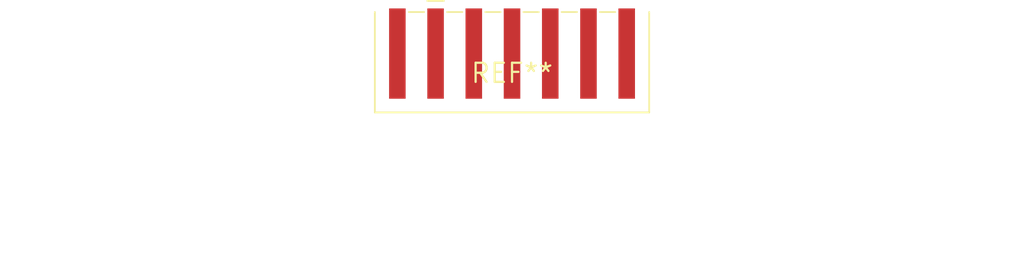
<source format=kicad_pcb>
(kicad_pcb (version 20240108) (generator pcbnew)
  (layers (0 "F.Cu" signal) (31 "B.Cu" signal) (34 "B.Paste" user) (35 "F.Paste" user) (36 "B.SilkS" user "B.Silkscreen") (37 "F.SilkS" user "F.Silkscreen") (38 "B.Mask" user) (39 "F.Mask" user) (44 "Edge.Cuts" user))
  (net 0 "")
  (footprint "Harting_har-flexicon_14110513002xxx_1x05-MP_P2.54mm_Horizontal" (layer "F.Cu") (at 0 0)
    (property "Reference" "REF**")
    (property "Value" "Harting_har-flexicon_14110513002xxx_1x05-MP_P2.54mm_Horizontal")
    (fp_line (start -9.115 -4.06) (end -9.115 2.61) (layer "F.SilkS") (stroke (width 0.12)))
    (fp_line (start -6.858 -4.06) (end -5.842 -4.06) (layer "F.SilkS") (stroke (width 0.12)))
    (fp_line (start -5.63 -4.8) (end -4.53 -4.8) (layer "F.SilkS") (stroke (width 0.12)))
    (fp_line (start -4.318 -4.06) (end -3.302 -4.06) (layer "F.SilkS") (stroke (width 0.12)))
    (fp_line (start -1.778 -4.06) (end -0.762 -4.06) (layer "F.SilkS") (stroke (width 0.12)))
    (fp_line (start 0.762 -4.06) (end 1.778 -4.06) (layer "F.SilkS") (stroke (width 0.12)))
    (fp_line (start 3.302 -4.06) (end 4.318 -4.06) (layer "F.SilkS") (stroke (width 0.12)))
    (fp_line (start 5.842 -4.06) (end 6.858 -4.06) (layer "F.SilkS") (stroke (width 0.12)))
    (fp_line (start 9.115 -4.06) (end 9.115 2.61) (layer "F.SilkS") (stroke (width 0.12)))
    (fp_line (start 9.115 2.61) (end -9.115 2.61) (layer "F.SilkS") (stroke (width 0.12)))
    (pad "" np_thru_hole circle (at -6.35 -1.5) (size 1 1) (drill 1) (layers *.Cu *.Mask))
    (pad "" np_thru_hole circle (at 6.35 -0.9) (size 1 1) (drill 1) (layers *.Cu *.Mask))
    (pad "1" smd rect (at -5.08 -1.3) (size 1.1 6) (layers "F.Cu" "F.Paste" "F.Mask"))
    (pad "2" smd rect (at -2.54 -1.3) (size 1.1 6) (layers "F.Cu" "F.Paste" "F.Mask"))
    (pad "3" smd rect (at 0 -1.3) (size 1.1 6) (layers "F.Cu" "F.Paste" "F.Mask"))
    (pad "4" smd rect (at 2.54 -1.3) (size 1.1 6) (layers "F.Cu" "F.Paste" "F.Mask"))
    (pad "5" smd rect (at 5.08 -1.3) (size 1.1 6) (layers "F.Cu" "F.Paste" "F.Mask"))
    (pad "MP" smd rect (at -7.62 -1.3) (size 1.1 6) (layers "F.Cu" "F.Paste" "F.Mask"))
    (pad "MP" smd rect (at 7.62 -1.3) (size 1.1 6) (layers "F.Cu" "F.Paste" "F.Mask"))
  )
)
</source>
